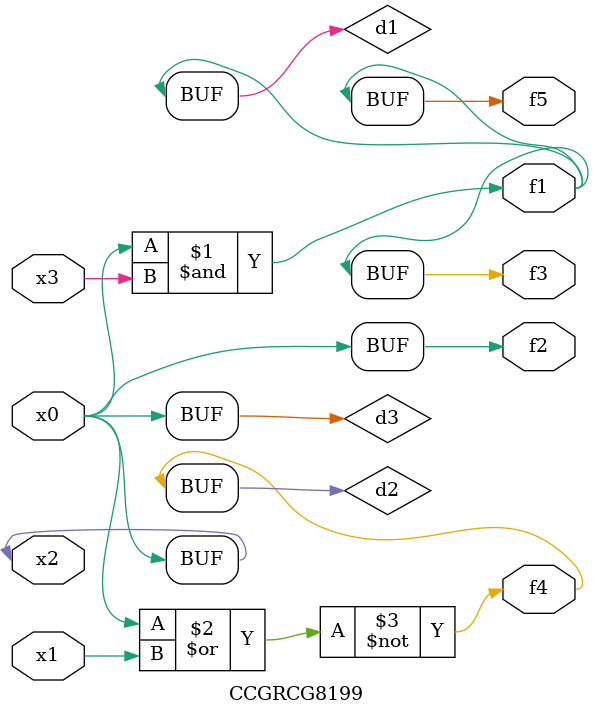
<source format=v>
module CCGRCG8199(
	input x0, x1, x2, x3,
	output f1, f2, f3, f4, f5
);

	wire d1, d2, d3;

	and (d1, x2, x3);
	nor (d2, x0, x1);
	buf (d3, x0, x2);
	assign f1 = d1;
	assign f2 = d3;
	assign f3 = d1;
	assign f4 = d2;
	assign f5 = d1;
endmodule

</source>
